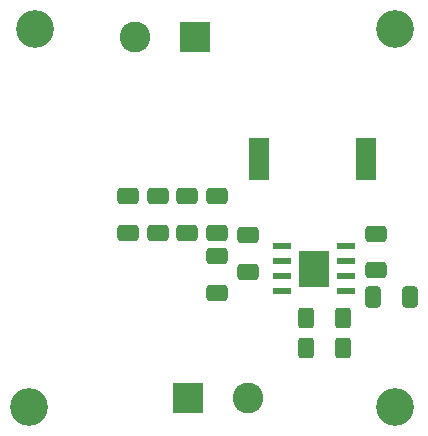
<source format=gbr>
%TF.GenerationSoftware,KiCad,Pcbnew,(5.99.0-10209-gdc0cf3b802)*%
%TF.CreationDate,2021-04-10T19:11:07+02:00*%
%TF.ProjectId,BUCK_LMR33630,4255434b-5f4c-44d5-9233-333633302e6b,rev?*%
%TF.SameCoordinates,Original*%
%TF.FileFunction,Soldermask,Top*%
%TF.FilePolarity,Negative*%
%FSLAX46Y46*%
G04 Gerber Fmt 4.6, Leading zero omitted, Abs format (unit mm)*
G04 Created by KiCad (PCBNEW (5.99.0-10209-gdc0cf3b802)) date 2021-04-10 19:11:07*
%MOMM*%
%LPD*%
G01*
G04 APERTURE LIST*
G04 Aperture macros list*
%AMRoundRect*
0 Rectangle with rounded corners*
0 $1 Rounding radius*
0 $2 $3 $4 $5 $6 $7 $8 $9 X,Y pos of 4 corners*
0 Add a 4 corners polygon primitive as box body*
4,1,4,$2,$3,$4,$5,$6,$7,$8,$9,$2,$3,0*
0 Add four circle primitives for the rounded corners*
1,1,$1+$1,$2,$3*
1,1,$1+$1,$4,$5*
1,1,$1+$1,$6,$7*
1,1,$1+$1,$8,$9*
0 Add four rect primitives between the rounded corners*
20,1,$1+$1,$2,$3,$4,$5,0*
20,1,$1+$1,$4,$5,$6,$7,0*
20,1,$1+$1,$6,$7,$8,$9,0*
20,1,$1+$1,$8,$9,$2,$3,0*%
G04 Aperture macros list end*
%ADD10RoundRect,0.250000X-0.650000X0.412500X-0.650000X-0.412500X0.650000X-0.412500X0.650000X0.412500X0*%
%ADD11C,3.200000*%
%ADD12RoundRect,0.250000X0.400000X0.625000X-0.400000X0.625000X-0.400000X-0.625000X0.400000X-0.625000X0*%
%ADD13RoundRect,0.250000X0.650000X-0.412500X0.650000X0.412500X-0.650000X0.412500X-0.650000X-0.412500X0*%
%ADD14RoundRect,0.250000X-0.412500X-0.650000X0.412500X-0.650000X0.412500X0.650000X-0.412500X0.650000X0*%
%ADD15R,2.600000X2.600000*%
%ADD16C,2.600000*%
%ADD17R,2.600000X3.100000*%
%ADD18R,1.550000X0.600000*%
%ADD19R,1.800000X3.600000*%
%ADD20RoundRect,0.250000X-0.400000X-0.625000X0.400000X-0.625000X0.400000X0.625000X-0.400000X0.625000X0*%
G04 APERTURE END LIST*
D10*
%TO.C,C7*%
X117400000Y-78157500D03*
X117400000Y-81282500D03*
%TD*%
%TO.C,C8*%
X119900000Y-78157500D03*
X119900000Y-81282500D03*
%TD*%
D11*
%TO.C,H3*%
X104500000Y-64000000D03*
%TD*%
%TO.C,H1*%
X104000000Y-96000000D03*
%TD*%
D10*
%TO.C,C4*%
X133400000Y-81337500D03*
X133400000Y-84462500D03*
%TD*%
D12*
%TO.C,R2*%
X130550000Y-88500000D03*
X127450000Y-88500000D03*
%TD*%
D13*
%TO.C,C1*%
X119900000Y-86362500D03*
X119900000Y-83237500D03*
%TD*%
D14*
%TO.C,C3*%
X133137500Y-86700000D03*
X136262500Y-86700000D03*
%TD*%
D15*
%TO.C,J2*%
X118045000Y-64695000D03*
D16*
X112965000Y-64695000D03*
%TD*%
D10*
%TO.C,C5*%
X112400000Y-78157500D03*
X112400000Y-81282500D03*
%TD*%
D17*
%TO.C,U1*%
X128100000Y-84300000D03*
D18*
X125400000Y-82395000D03*
X125400000Y-83665000D03*
X125400000Y-84935000D03*
X125400000Y-86205000D03*
X130800000Y-86205000D03*
X130800000Y-84935000D03*
X130800000Y-83665000D03*
X130800000Y-82395000D03*
%TD*%
D11*
%TO.C,H4*%
X135000000Y-64000000D03*
%TD*%
%TO.C,H2*%
X135000000Y-96000000D03*
%TD*%
D19*
%TO.C,L1*%
X132500000Y-75000000D03*
X123500000Y-75000000D03*
%TD*%
D10*
%TO.C,C6*%
X114900000Y-78157500D03*
X114900000Y-81282500D03*
%TD*%
D13*
%TO.C,C2*%
X122500000Y-84562500D03*
X122500000Y-81437500D03*
%TD*%
D20*
%TO.C,R1*%
X127450000Y-91000000D03*
X130550000Y-91000000D03*
%TD*%
D15*
%TO.C,J1*%
X117455000Y-95305000D03*
D16*
X122535000Y-95305000D03*
%TD*%
M02*

</source>
